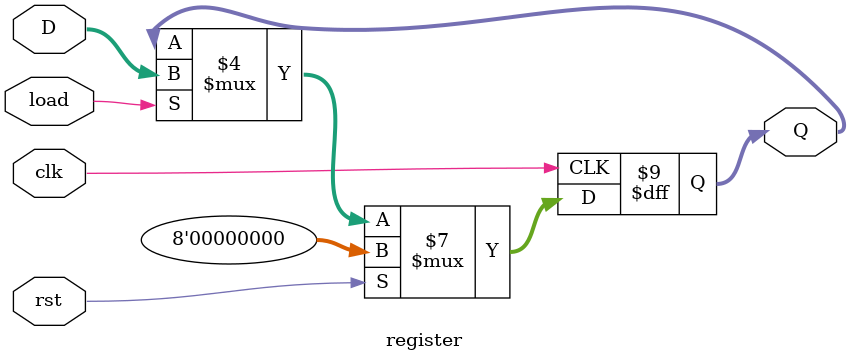
<source format=v>
module register(clk, rst, load, D, Q);
    parameter N = 8;
    input clk, rst, load;
    input [N-1:0] D;
    output reg [N-1:0] Q;

    always @(posedge clk) begin
        if (rst == 1) begin
            Q <= 0;
        end else if(load == 1) begin
            Q <= D;
        end
    end

endmodule // register
</source>
